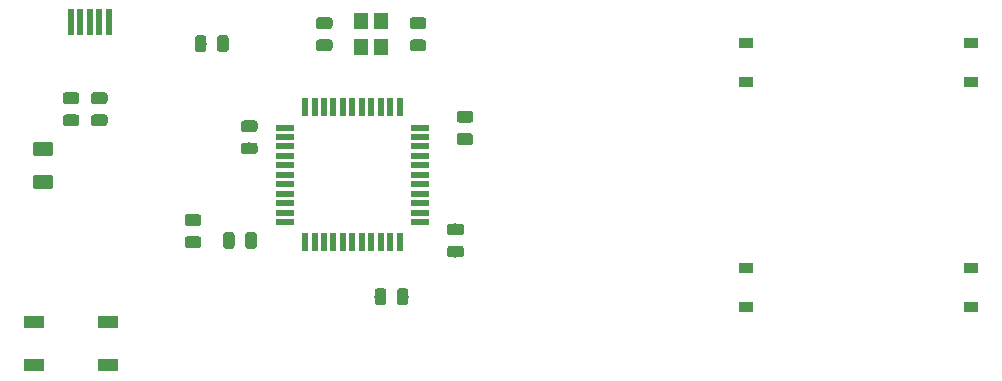
<source format=gbp>
G04 #@! TF.GenerationSoftware,KiCad,Pcbnew,(5.1.4)-1*
G04 #@! TF.CreationDate,2023-09-10T14:26:21-07:00*
G04 #@! TF.ProjectId,KeyboardPCBProj,4b657962-6f61-4726-9450-434250726f6a,rev?*
G04 #@! TF.SameCoordinates,Original*
G04 #@! TF.FileFunction,Paste,Bot*
G04 #@! TF.FilePolarity,Positive*
%FSLAX46Y46*%
G04 Gerber Fmt 4.6, Leading zero omitted, Abs format (unit mm)*
G04 Created by KiCad (PCBNEW (5.1.4)-1) date 2023-09-10 14:26:21*
%MOMM*%
%LPD*%
G04 APERTURE LIST*
%ADD10R,1.200000X1.400000*%
%ADD11R,0.500000X2.250000*%
%ADD12R,0.550000X1.500000*%
%ADD13R,1.500000X0.550000*%
%ADD14R,1.800000X1.100000*%
%ADD15C,0.100000*%
%ADD16C,0.975000*%
%ADD17C,1.250000*%
%ADD18R,1.200000X0.900000*%
G04 APERTURE END LIST*
D10*
X113562500Y-28881250D03*
X113562500Y-26681250D03*
X111862500Y-26681250D03*
X111862500Y-28881250D03*
D11*
X90500000Y-26725000D03*
X89700000Y-26725000D03*
X88900000Y-26725000D03*
X88100000Y-26725000D03*
X87300000Y-26725000D03*
D12*
X107125000Y-45387500D03*
X107925000Y-45387500D03*
X108725000Y-45387500D03*
X109525000Y-45387500D03*
X110325000Y-45387500D03*
X111125000Y-45387500D03*
X111925000Y-45387500D03*
X112725000Y-45387500D03*
X113525000Y-45387500D03*
X114325000Y-45387500D03*
X115125000Y-45387500D03*
D13*
X116825000Y-43687500D03*
X116825000Y-42887500D03*
X116825000Y-42087500D03*
X116825000Y-41287500D03*
X116825000Y-40487500D03*
X116825000Y-39687500D03*
X116825000Y-38887500D03*
X116825000Y-38087500D03*
X116825000Y-37287500D03*
X116825000Y-36487500D03*
X116825000Y-35687500D03*
D12*
X115125000Y-33987500D03*
X114325000Y-33987500D03*
X113525000Y-33987500D03*
X112725000Y-33987500D03*
X111925000Y-33987500D03*
X111125000Y-33987500D03*
X110325000Y-33987500D03*
X109525000Y-33987500D03*
X108725000Y-33987500D03*
X107925000Y-33987500D03*
X107125000Y-33987500D03*
D13*
X105425000Y-35687500D03*
X105425000Y-36487500D03*
X105425000Y-37287500D03*
X105425000Y-38087500D03*
X105425000Y-38887500D03*
X105425000Y-39687500D03*
X105425000Y-40487500D03*
X105425000Y-41287500D03*
X105425000Y-42087500D03*
X105425000Y-42887500D03*
X105425000Y-43687500D03*
D14*
X90412500Y-55825000D03*
X84212500Y-52125000D03*
X90412500Y-52125000D03*
X84212500Y-55825000D03*
D15*
G36*
X120336392Y-43819924D02*
G01*
X120360053Y-43823434D01*
X120383257Y-43829246D01*
X120405779Y-43837304D01*
X120427403Y-43847532D01*
X120447920Y-43859829D01*
X120467133Y-43874079D01*
X120484857Y-43890143D01*
X120500921Y-43907867D01*
X120515171Y-43927080D01*
X120527468Y-43947597D01*
X120537696Y-43969221D01*
X120545754Y-43991743D01*
X120551566Y-44014947D01*
X120555076Y-44038608D01*
X120556250Y-44062500D01*
X120556250Y-44550000D01*
X120555076Y-44573892D01*
X120551566Y-44597553D01*
X120545754Y-44620757D01*
X120537696Y-44643279D01*
X120527468Y-44664903D01*
X120515171Y-44685420D01*
X120500921Y-44704633D01*
X120484857Y-44722357D01*
X120467133Y-44738421D01*
X120447920Y-44752671D01*
X120427403Y-44764968D01*
X120405779Y-44775196D01*
X120383257Y-44783254D01*
X120360053Y-44789066D01*
X120336392Y-44792576D01*
X120312500Y-44793750D01*
X119400000Y-44793750D01*
X119376108Y-44792576D01*
X119352447Y-44789066D01*
X119329243Y-44783254D01*
X119306721Y-44775196D01*
X119285097Y-44764968D01*
X119264580Y-44752671D01*
X119245367Y-44738421D01*
X119227643Y-44722357D01*
X119211579Y-44704633D01*
X119197329Y-44685420D01*
X119185032Y-44664903D01*
X119174804Y-44643279D01*
X119166746Y-44620757D01*
X119160934Y-44597553D01*
X119157424Y-44573892D01*
X119156250Y-44550000D01*
X119156250Y-44062500D01*
X119157424Y-44038608D01*
X119160934Y-44014947D01*
X119166746Y-43991743D01*
X119174804Y-43969221D01*
X119185032Y-43947597D01*
X119197329Y-43927080D01*
X119211579Y-43907867D01*
X119227643Y-43890143D01*
X119245367Y-43874079D01*
X119264580Y-43859829D01*
X119285097Y-43847532D01*
X119306721Y-43837304D01*
X119329243Y-43829246D01*
X119352447Y-43823434D01*
X119376108Y-43819924D01*
X119400000Y-43818750D01*
X120312500Y-43818750D01*
X120336392Y-43819924D01*
X120336392Y-43819924D01*
G37*
D16*
X119856250Y-44306250D03*
D15*
G36*
X120336392Y-45694924D02*
G01*
X120360053Y-45698434D01*
X120383257Y-45704246D01*
X120405779Y-45712304D01*
X120427403Y-45722532D01*
X120447920Y-45734829D01*
X120467133Y-45749079D01*
X120484857Y-45765143D01*
X120500921Y-45782867D01*
X120515171Y-45802080D01*
X120527468Y-45822597D01*
X120537696Y-45844221D01*
X120545754Y-45866743D01*
X120551566Y-45889947D01*
X120555076Y-45913608D01*
X120556250Y-45937500D01*
X120556250Y-46425000D01*
X120555076Y-46448892D01*
X120551566Y-46472553D01*
X120545754Y-46495757D01*
X120537696Y-46518279D01*
X120527468Y-46539903D01*
X120515171Y-46560420D01*
X120500921Y-46579633D01*
X120484857Y-46597357D01*
X120467133Y-46613421D01*
X120447920Y-46627671D01*
X120427403Y-46639968D01*
X120405779Y-46650196D01*
X120383257Y-46658254D01*
X120360053Y-46664066D01*
X120336392Y-46667576D01*
X120312500Y-46668750D01*
X119400000Y-46668750D01*
X119376108Y-46667576D01*
X119352447Y-46664066D01*
X119329243Y-46658254D01*
X119306721Y-46650196D01*
X119285097Y-46639968D01*
X119264580Y-46627671D01*
X119245367Y-46613421D01*
X119227643Y-46597357D01*
X119211579Y-46579633D01*
X119197329Y-46560420D01*
X119185032Y-46539903D01*
X119174804Y-46518279D01*
X119166746Y-46495757D01*
X119160934Y-46472553D01*
X119157424Y-46448892D01*
X119156250Y-46425000D01*
X119156250Y-45937500D01*
X119157424Y-45913608D01*
X119160934Y-45889947D01*
X119166746Y-45866743D01*
X119174804Y-45844221D01*
X119185032Y-45822597D01*
X119197329Y-45802080D01*
X119211579Y-45782867D01*
X119227643Y-45765143D01*
X119245367Y-45749079D01*
X119264580Y-45734829D01*
X119285097Y-45722532D01*
X119306721Y-45712304D01*
X119329243Y-45704246D01*
X119352447Y-45698434D01*
X119376108Y-45694924D01*
X119400000Y-45693750D01*
X120312500Y-45693750D01*
X120336392Y-45694924D01*
X120336392Y-45694924D01*
G37*
D16*
X119856250Y-46181250D03*
D15*
G36*
X87792642Y-32707424D02*
G01*
X87816303Y-32710934D01*
X87839507Y-32716746D01*
X87862029Y-32724804D01*
X87883653Y-32735032D01*
X87904170Y-32747329D01*
X87923383Y-32761579D01*
X87941107Y-32777643D01*
X87957171Y-32795367D01*
X87971421Y-32814580D01*
X87983718Y-32835097D01*
X87993946Y-32856721D01*
X88002004Y-32879243D01*
X88007816Y-32902447D01*
X88011326Y-32926108D01*
X88012500Y-32950000D01*
X88012500Y-33437500D01*
X88011326Y-33461392D01*
X88007816Y-33485053D01*
X88002004Y-33508257D01*
X87993946Y-33530779D01*
X87983718Y-33552403D01*
X87971421Y-33572920D01*
X87957171Y-33592133D01*
X87941107Y-33609857D01*
X87923383Y-33625921D01*
X87904170Y-33640171D01*
X87883653Y-33652468D01*
X87862029Y-33662696D01*
X87839507Y-33670754D01*
X87816303Y-33676566D01*
X87792642Y-33680076D01*
X87768750Y-33681250D01*
X86856250Y-33681250D01*
X86832358Y-33680076D01*
X86808697Y-33676566D01*
X86785493Y-33670754D01*
X86762971Y-33662696D01*
X86741347Y-33652468D01*
X86720830Y-33640171D01*
X86701617Y-33625921D01*
X86683893Y-33609857D01*
X86667829Y-33592133D01*
X86653579Y-33572920D01*
X86641282Y-33552403D01*
X86631054Y-33530779D01*
X86622996Y-33508257D01*
X86617184Y-33485053D01*
X86613674Y-33461392D01*
X86612500Y-33437500D01*
X86612500Y-32950000D01*
X86613674Y-32926108D01*
X86617184Y-32902447D01*
X86622996Y-32879243D01*
X86631054Y-32856721D01*
X86641282Y-32835097D01*
X86653579Y-32814580D01*
X86667829Y-32795367D01*
X86683893Y-32777643D01*
X86701617Y-32761579D01*
X86720830Y-32747329D01*
X86741347Y-32735032D01*
X86762971Y-32724804D01*
X86785493Y-32716746D01*
X86808697Y-32710934D01*
X86832358Y-32707424D01*
X86856250Y-32706250D01*
X87768750Y-32706250D01*
X87792642Y-32707424D01*
X87792642Y-32707424D01*
G37*
D16*
X87312500Y-33193750D03*
D15*
G36*
X87792642Y-34582424D02*
G01*
X87816303Y-34585934D01*
X87839507Y-34591746D01*
X87862029Y-34599804D01*
X87883653Y-34610032D01*
X87904170Y-34622329D01*
X87923383Y-34636579D01*
X87941107Y-34652643D01*
X87957171Y-34670367D01*
X87971421Y-34689580D01*
X87983718Y-34710097D01*
X87993946Y-34731721D01*
X88002004Y-34754243D01*
X88007816Y-34777447D01*
X88011326Y-34801108D01*
X88012500Y-34825000D01*
X88012500Y-35312500D01*
X88011326Y-35336392D01*
X88007816Y-35360053D01*
X88002004Y-35383257D01*
X87993946Y-35405779D01*
X87983718Y-35427403D01*
X87971421Y-35447920D01*
X87957171Y-35467133D01*
X87941107Y-35484857D01*
X87923383Y-35500921D01*
X87904170Y-35515171D01*
X87883653Y-35527468D01*
X87862029Y-35537696D01*
X87839507Y-35545754D01*
X87816303Y-35551566D01*
X87792642Y-35555076D01*
X87768750Y-35556250D01*
X86856250Y-35556250D01*
X86832358Y-35555076D01*
X86808697Y-35551566D01*
X86785493Y-35545754D01*
X86762971Y-35537696D01*
X86741347Y-35527468D01*
X86720830Y-35515171D01*
X86701617Y-35500921D01*
X86683893Y-35484857D01*
X86667829Y-35467133D01*
X86653579Y-35447920D01*
X86641282Y-35427403D01*
X86631054Y-35405779D01*
X86622996Y-35383257D01*
X86617184Y-35360053D01*
X86613674Y-35336392D01*
X86612500Y-35312500D01*
X86612500Y-34825000D01*
X86613674Y-34801108D01*
X86617184Y-34777447D01*
X86622996Y-34754243D01*
X86631054Y-34731721D01*
X86641282Y-34710097D01*
X86653579Y-34689580D01*
X86667829Y-34670367D01*
X86683893Y-34652643D01*
X86701617Y-34636579D01*
X86720830Y-34622329D01*
X86741347Y-34610032D01*
X86762971Y-34599804D01*
X86785493Y-34591746D01*
X86808697Y-34585934D01*
X86832358Y-34582424D01*
X86856250Y-34581250D01*
X87768750Y-34581250D01*
X87792642Y-34582424D01*
X87792642Y-34582424D01*
G37*
D16*
X87312500Y-35068750D03*
D15*
G36*
X90173892Y-32707424D02*
G01*
X90197553Y-32710934D01*
X90220757Y-32716746D01*
X90243279Y-32724804D01*
X90264903Y-32735032D01*
X90285420Y-32747329D01*
X90304633Y-32761579D01*
X90322357Y-32777643D01*
X90338421Y-32795367D01*
X90352671Y-32814580D01*
X90364968Y-32835097D01*
X90375196Y-32856721D01*
X90383254Y-32879243D01*
X90389066Y-32902447D01*
X90392576Y-32926108D01*
X90393750Y-32950000D01*
X90393750Y-33437500D01*
X90392576Y-33461392D01*
X90389066Y-33485053D01*
X90383254Y-33508257D01*
X90375196Y-33530779D01*
X90364968Y-33552403D01*
X90352671Y-33572920D01*
X90338421Y-33592133D01*
X90322357Y-33609857D01*
X90304633Y-33625921D01*
X90285420Y-33640171D01*
X90264903Y-33652468D01*
X90243279Y-33662696D01*
X90220757Y-33670754D01*
X90197553Y-33676566D01*
X90173892Y-33680076D01*
X90150000Y-33681250D01*
X89237500Y-33681250D01*
X89213608Y-33680076D01*
X89189947Y-33676566D01*
X89166743Y-33670754D01*
X89144221Y-33662696D01*
X89122597Y-33652468D01*
X89102080Y-33640171D01*
X89082867Y-33625921D01*
X89065143Y-33609857D01*
X89049079Y-33592133D01*
X89034829Y-33572920D01*
X89022532Y-33552403D01*
X89012304Y-33530779D01*
X89004246Y-33508257D01*
X88998434Y-33485053D01*
X88994924Y-33461392D01*
X88993750Y-33437500D01*
X88993750Y-32950000D01*
X88994924Y-32926108D01*
X88998434Y-32902447D01*
X89004246Y-32879243D01*
X89012304Y-32856721D01*
X89022532Y-32835097D01*
X89034829Y-32814580D01*
X89049079Y-32795367D01*
X89065143Y-32777643D01*
X89082867Y-32761579D01*
X89102080Y-32747329D01*
X89122597Y-32735032D01*
X89144221Y-32724804D01*
X89166743Y-32716746D01*
X89189947Y-32710934D01*
X89213608Y-32707424D01*
X89237500Y-32706250D01*
X90150000Y-32706250D01*
X90173892Y-32707424D01*
X90173892Y-32707424D01*
G37*
D16*
X89693750Y-33193750D03*
D15*
G36*
X90173892Y-34582424D02*
G01*
X90197553Y-34585934D01*
X90220757Y-34591746D01*
X90243279Y-34599804D01*
X90264903Y-34610032D01*
X90285420Y-34622329D01*
X90304633Y-34636579D01*
X90322357Y-34652643D01*
X90338421Y-34670367D01*
X90352671Y-34689580D01*
X90364968Y-34710097D01*
X90375196Y-34731721D01*
X90383254Y-34754243D01*
X90389066Y-34777447D01*
X90392576Y-34801108D01*
X90393750Y-34825000D01*
X90393750Y-35312500D01*
X90392576Y-35336392D01*
X90389066Y-35360053D01*
X90383254Y-35383257D01*
X90375196Y-35405779D01*
X90364968Y-35427403D01*
X90352671Y-35447920D01*
X90338421Y-35467133D01*
X90322357Y-35484857D01*
X90304633Y-35500921D01*
X90285420Y-35515171D01*
X90264903Y-35527468D01*
X90243279Y-35537696D01*
X90220757Y-35545754D01*
X90197553Y-35551566D01*
X90173892Y-35555076D01*
X90150000Y-35556250D01*
X89237500Y-35556250D01*
X89213608Y-35555076D01*
X89189947Y-35551566D01*
X89166743Y-35545754D01*
X89144221Y-35537696D01*
X89122597Y-35527468D01*
X89102080Y-35515171D01*
X89082867Y-35500921D01*
X89065143Y-35484857D01*
X89049079Y-35467133D01*
X89034829Y-35447920D01*
X89022532Y-35427403D01*
X89012304Y-35405779D01*
X89004246Y-35383257D01*
X88998434Y-35360053D01*
X88994924Y-35336392D01*
X88993750Y-35312500D01*
X88993750Y-34825000D01*
X88994924Y-34801108D01*
X88998434Y-34777447D01*
X89004246Y-34754243D01*
X89012304Y-34731721D01*
X89022532Y-34710097D01*
X89034829Y-34689580D01*
X89049079Y-34670367D01*
X89065143Y-34652643D01*
X89082867Y-34636579D01*
X89102080Y-34622329D01*
X89122597Y-34610032D01*
X89144221Y-34599804D01*
X89166743Y-34591746D01*
X89189947Y-34585934D01*
X89213608Y-34582424D01*
X89237500Y-34581250D01*
X90150000Y-34581250D01*
X90173892Y-34582424D01*
X90173892Y-34582424D01*
G37*
D16*
X89693750Y-35068750D03*
D15*
G36*
X98548892Y-27876174D02*
G01*
X98572553Y-27879684D01*
X98595757Y-27885496D01*
X98618279Y-27893554D01*
X98639903Y-27903782D01*
X98660420Y-27916079D01*
X98679633Y-27930329D01*
X98697357Y-27946393D01*
X98713421Y-27964117D01*
X98727671Y-27983330D01*
X98739968Y-28003847D01*
X98750196Y-28025471D01*
X98758254Y-28047993D01*
X98764066Y-28071197D01*
X98767576Y-28094858D01*
X98768750Y-28118750D01*
X98768750Y-29031250D01*
X98767576Y-29055142D01*
X98764066Y-29078803D01*
X98758254Y-29102007D01*
X98750196Y-29124529D01*
X98739968Y-29146153D01*
X98727671Y-29166670D01*
X98713421Y-29185883D01*
X98697357Y-29203607D01*
X98679633Y-29219671D01*
X98660420Y-29233921D01*
X98639903Y-29246218D01*
X98618279Y-29256446D01*
X98595757Y-29264504D01*
X98572553Y-29270316D01*
X98548892Y-29273826D01*
X98525000Y-29275000D01*
X98037500Y-29275000D01*
X98013608Y-29273826D01*
X97989947Y-29270316D01*
X97966743Y-29264504D01*
X97944221Y-29256446D01*
X97922597Y-29246218D01*
X97902080Y-29233921D01*
X97882867Y-29219671D01*
X97865143Y-29203607D01*
X97849079Y-29185883D01*
X97834829Y-29166670D01*
X97822532Y-29146153D01*
X97812304Y-29124529D01*
X97804246Y-29102007D01*
X97798434Y-29078803D01*
X97794924Y-29055142D01*
X97793750Y-29031250D01*
X97793750Y-28118750D01*
X97794924Y-28094858D01*
X97798434Y-28071197D01*
X97804246Y-28047993D01*
X97812304Y-28025471D01*
X97822532Y-28003847D01*
X97834829Y-27983330D01*
X97849079Y-27964117D01*
X97865143Y-27946393D01*
X97882867Y-27930329D01*
X97902080Y-27916079D01*
X97922597Y-27903782D01*
X97944221Y-27893554D01*
X97966743Y-27885496D01*
X97989947Y-27879684D01*
X98013608Y-27876174D01*
X98037500Y-27875000D01*
X98525000Y-27875000D01*
X98548892Y-27876174D01*
X98548892Y-27876174D01*
G37*
D16*
X98281250Y-28575000D03*
D15*
G36*
X100423892Y-27876174D02*
G01*
X100447553Y-27879684D01*
X100470757Y-27885496D01*
X100493279Y-27893554D01*
X100514903Y-27903782D01*
X100535420Y-27916079D01*
X100554633Y-27930329D01*
X100572357Y-27946393D01*
X100588421Y-27964117D01*
X100602671Y-27983330D01*
X100614968Y-28003847D01*
X100625196Y-28025471D01*
X100633254Y-28047993D01*
X100639066Y-28071197D01*
X100642576Y-28094858D01*
X100643750Y-28118750D01*
X100643750Y-29031250D01*
X100642576Y-29055142D01*
X100639066Y-29078803D01*
X100633254Y-29102007D01*
X100625196Y-29124529D01*
X100614968Y-29146153D01*
X100602671Y-29166670D01*
X100588421Y-29185883D01*
X100572357Y-29203607D01*
X100554633Y-29219671D01*
X100535420Y-29233921D01*
X100514903Y-29246218D01*
X100493279Y-29256446D01*
X100470757Y-29264504D01*
X100447553Y-29270316D01*
X100423892Y-29273826D01*
X100400000Y-29275000D01*
X99912500Y-29275000D01*
X99888608Y-29273826D01*
X99864947Y-29270316D01*
X99841743Y-29264504D01*
X99819221Y-29256446D01*
X99797597Y-29246218D01*
X99777080Y-29233921D01*
X99757867Y-29219671D01*
X99740143Y-29203607D01*
X99724079Y-29185883D01*
X99709829Y-29166670D01*
X99697532Y-29146153D01*
X99687304Y-29124529D01*
X99679246Y-29102007D01*
X99673434Y-29078803D01*
X99669924Y-29055142D01*
X99668750Y-29031250D01*
X99668750Y-28118750D01*
X99669924Y-28094858D01*
X99673434Y-28071197D01*
X99679246Y-28047993D01*
X99687304Y-28025471D01*
X99697532Y-28003847D01*
X99709829Y-27983330D01*
X99724079Y-27964117D01*
X99740143Y-27946393D01*
X99757867Y-27930329D01*
X99777080Y-27916079D01*
X99797597Y-27903782D01*
X99819221Y-27893554D01*
X99841743Y-27885496D01*
X99864947Y-27879684D01*
X99888608Y-27876174D01*
X99912500Y-27875000D01*
X100400000Y-27875000D01*
X100423892Y-27876174D01*
X100423892Y-27876174D01*
G37*
D16*
X100156250Y-28575000D03*
D15*
G36*
X85580754Y-36869954D02*
G01*
X85605023Y-36873554D01*
X85628821Y-36879515D01*
X85651921Y-36887780D01*
X85674099Y-36898270D01*
X85695143Y-36910883D01*
X85714848Y-36925497D01*
X85733027Y-36941973D01*
X85749503Y-36960152D01*
X85764117Y-36979857D01*
X85776730Y-37000901D01*
X85787220Y-37023079D01*
X85795485Y-37046179D01*
X85801446Y-37069977D01*
X85805046Y-37094246D01*
X85806250Y-37118750D01*
X85806250Y-37868750D01*
X85805046Y-37893254D01*
X85801446Y-37917523D01*
X85795485Y-37941321D01*
X85787220Y-37964421D01*
X85776730Y-37986599D01*
X85764117Y-38007643D01*
X85749503Y-38027348D01*
X85733027Y-38045527D01*
X85714848Y-38062003D01*
X85695143Y-38076617D01*
X85674099Y-38089230D01*
X85651921Y-38099720D01*
X85628821Y-38107985D01*
X85605023Y-38113946D01*
X85580754Y-38117546D01*
X85556250Y-38118750D01*
X84306250Y-38118750D01*
X84281746Y-38117546D01*
X84257477Y-38113946D01*
X84233679Y-38107985D01*
X84210579Y-38099720D01*
X84188401Y-38089230D01*
X84167357Y-38076617D01*
X84147652Y-38062003D01*
X84129473Y-38045527D01*
X84112997Y-38027348D01*
X84098383Y-38007643D01*
X84085770Y-37986599D01*
X84075280Y-37964421D01*
X84067015Y-37941321D01*
X84061054Y-37917523D01*
X84057454Y-37893254D01*
X84056250Y-37868750D01*
X84056250Y-37118750D01*
X84057454Y-37094246D01*
X84061054Y-37069977D01*
X84067015Y-37046179D01*
X84075280Y-37023079D01*
X84085770Y-37000901D01*
X84098383Y-36979857D01*
X84112997Y-36960152D01*
X84129473Y-36941973D01*
X84147652Y-36925497D01*
X84167357Y-36910883D01*
X84188401Y-36898270D01*
X84210579Y-36887780D01*
X84233679Y-36879515D01*
X84257477Y-36873554D01*
X84281746Y-36869954D01*
X84306250Y-36868750D01*
X85556250Y-36868750D01*
X85580754Y-36869954D01*
X85580754Y-36869954D01*
G37*
D17*
X84931250Y-37493750D03*
D15*
G36*
X85580754Y-39669954D02*
G01*
X85605023Y-39673554D01*
X85628821Y-39679515D01*
X85651921Y-39687780D01*
X85674099Y-39698270D01*
X85695143Y-39710883D01*
X85714848Y-39725497D01*
X85733027Y-39741973D01*
X85749503Y-39760152D01*
X85764117Y-39779857D01*
X85776730Y-39800901D01*
X85787220Y-39823079D01*
X85795485Y-39846179D01*
X85801446Y-39869977D01*
X85805046Y-39894246D01*
X85806250Y-39918750D01*
X85806250Y-40668750D01*
X85805046Y-40693254D01*
X85801446Y-40717523D01*
X85795485Y-40741321D01*
X85787220Y-40764421D01*
X85776730Y-40786599D01*
X85764117Y-40807643D01*
X85749503Y-40827348D01*
X85733027Y-40845527D01*
X85714848Y-40862003D01*
X85695143Y-40876617D01*
X85674099Y-40889230D01*
X85651921Y-40899720D01*
X85628821Y-40907985D01*
X85605023Y-40913946D01*
X85580754Y-40917546D01*
X85556250Y-40918750D01*
X84306250Y-40918750D01*
X84281746Y-40917546D01*
X84257477Y-40913946D01*
X84233679Y-40907985D01*
X84210579Y-40899720D01*
X84188401Y-40889230D01*
X84167357Y-40876617D01*
X84147652Y-40862003D01*
X84129473Y-40845527D01*
X84112997Y-40827348D01*
X84098383Y-40807643D01*
X84085770Y-40786599D01*
X84075280Y-40764421D01*
X84067015Y-40741321D01*
X84061054Y-40717523D01*
X84057454Y-40693254D01*
X84056250Y-40668750D01*
X84056250Y-39918750D01*
X84057454Y-39894246D01*
X84061054Y-39869977D01*
X84067015Y-39846179D01*
X84075280Y-39823079D01*
X84085770Y-39800901D01*
X84098383Y-39779857D01*
X84112997Y-39760152D01*
X84129473Y-39741973D01*
X84147652Y-39725497D01*
X84167357Y-39710883D01*
X84188401Y-39698270D01*
X84210579Y-39687780D01*
X84233679Y-39679515D01*
X84257477Y-39673554D01*
X84281746Y-39669954D01*
X84306250Y-39668750D01*
X85556250Y-39668750D01*
X85580754Y-39669954D01*
X85580754Y-39669954D01*
G37*
D17*
X84931250Y-40293750D03*
D18*
X163512500Y-47562500D03*
X163512500Y-50862500D03*
X144462500Y-47562500D03*
X144462500Y-50862500D03*
X163512500Y-28512500D03*
X163512500Y-31812500D03*
X144462500Y-28512500D03*
X144462500Y-31812500D03*
D15*
G36*
X98111392Y-44901174D02*
G01*
X98135053Y-44904684D01*
X98158257Y-44910496D01*
X98180779Y-44918554D01*
X98202403Y-44928782D01*
X98222920Y-44941079D01*
X98242133Y-44955329D01*
X98259857Y-44971393D01*
X98275921Y-44989117D01*
X98290171Y-45008330D01*
X98302468Y-45028847D01*
X98312696Y-45050471D01*
X98320754Y-45072993D01*
X98326566Y-45096197D01*
X98330076Y-45119858D01*
X98331250Y-45143750D01*
X98331250Y-45631250D01*
X98330076Y-45655142D01*
X98326566Y-45678803D01*
X98320754Y-45702007D01*
X98312696Y-45724529D01*
X98302468Y-45746153D01*
X98290171Y-45766670D01*
X98275921Y-45785883D01*
X98259857Y-45803607D01*
X98242133Y-45819671D01*
X98222920Y-45833921D01*
X98202403Y-45846218D01*
X98180779Y-45856446D01*
X98158257Y-45864504D01*
X98135053Y-45870316D01*
X98111392Y-45873826D01*
X98087500Y-45875000D01*
X97175000Y-45875000D01*
X97151108Y-45873826D01*
X97127447Y-45870316D01*
X97104243Y-45864504D01*
X97081721Y-45856446D01*
X97060097Y-45846218D01*
X97039580Y-45833921D01*
X97020367Y-45819671D01*
X97002643Y-45803607D01*
X96986579Y-45785883D01*
X96972329Y-45766670D01*
X96960032Y-45746153D01*
X96949804Y-45724529D01*
X96941746Y-45702007D01*
X96935934Y-45678803D01*
X96932424Y-45655142D01*
X96931250Y-45631250D01*
X96931250Y-45143750D01*
X96932424Y-45119858D01*
X96935934Y-45096197D01*
X96941746Y-45072993D01*
X96949804Y-45050471D01*
X96960032Y-45028847D01*
X96972329Y-45008330D01*
X96986579Y-44989117D01*
X97002643Y-44971393D01*
X97020367Y-44955329D01*
X97039580Y-44941079D01*
X97060097Y-44928782D01*
X97081721Y-44918554D01*
X97104243Y-44910496D01*
X97127447Y-44904684D01*
X97151108Y-44901174D01*
X97175000Y-44900000D01*
X98087500Y-44900000D01*
X98111392Y-44901174D01*
X98111392Y-44901174D01*
G37*
D16*
X97631250Y-45387500D03*
D15*
G36*
X98111392Y-43026174D02*
G01*
X98135053Y-43029684D01*
X98158257Y-43035496D01*
X98180779Y-43043554D01*
X98202403Y-43053782D01*
X98222920Y-43066079D01*
X98242133Y-43080329D01*
X98259857Y-43096393D01*
X98275921Y-43114117D01*
X98290171Y-43133330D01*
X98302468Y-43153847D01*
X98312696Y-43175471D01*
X98320754Y-43197993D01*
X98326566Y-43221197D01*
X98330076Y-43244858D01*
X98331250Y-43268750D01*
X98331250Y-43756250D01*
X98330076Y-43780142D01*
X98326566Y-43803803D01*
X98320754Y-43827007D01*
X98312696Y-43849529D01*
X98302468Y-43871153D01*
X98290171Y-43891670D01*
X98275921Y-43910883D01*
X98259857Y-43928607D01*
X98242133Y-43944671D01*
X98222920Y-43958921D01*
X98202403Y-43971218D01*
X98180779Y-43981446D01*
X98158257Y-43989504D01*
X98135053Y-43995316D01*
X98111392Y-43998826D01*
X98087500Y-44000000D01*
X97175000Y-44000000D01*
X97151108Y-43998826D01*
X97127447Y-43995316D01*
X97104243Y-43989504D01*
X97081721Y-43981446D01*
X97060097Y-43971218D01*
X97039580Y-43958921D01*
X97020367Y-43944671D01*
X97002643Y-43928607D01*
X96986579Y-43910883D01*
X96972329Y-43891670D01*
X96960032Y-43871153D01*
X96949804Y-43849529D01*
X96941746Y-43827007D01*
X96935934Y-43803803D01*
X96932424Y-43780142D01*
X96931250Y-43756250D01*
X96931250Y-43268750D01*
X96932424Y-43244858D01*
X96935934Y-43221197D01*
X96941746Y-43197993D01*
X96949804Y-43175471D01*
X96960032Y-43153847D01*
X96972329Y-43133330D01*
X96986579Y-43114117D01*
X97002643Y-43096393D01*
X97020367Y-43080329D01*
X97039580Y-43066079D01*
X97060097Y-43053782D01*
X97081721Y-43043554D01*
X97104243Y-43035496D01*
X97127447Y-43029684D01*
X97151108Y-43026174D01*
X97175000Y-43025000D01*
X98087500Y-43025000D01*
X98111392Y-43026174D01*
X98111392Y-43026174D01*
G37*
D16*
X97631250Y-43512500D03*
D15*
G36*
X121130142Y-34294924D02*
G01*
X121153803Y-34298434D01*
X121177007Y-34304246D01*
X121199529Y-34312304D01*
X121221153Y-34322532D01*
X121241670Y-34334829D01*
X121260883Y-34349079D01*
X121278607Y-34365143D01*
X121294671Y-34382867D01*
X121308921Y-34402080D01*
X121321218Y-34422597D01*
X121331446Y-34444221D01*
X121339504Y-34466743D01*
X121345316Y-34489947D01*
X121348826Y-34513608D01*
X121350000Y-34537500D01*
X121350000Y-35025000D01*
X121348826Y-35048892D01*
X121345316Y-35072553D01*
X121339504Y-35095757D01*
X121331446Y-35118279D01*
X121321218Y-35139903D01*
X121308921Y-35160420D01*
X121294671Y-35179633D01*
X121278607Y-35197357D01*
X121260883Y-35213421D01*
X121241670Y-35227671D01*
X121221153Y-35239968D01*
X121199529Y-35250196D01*
X121177007Y-35258254D01*
X121153803Y-35264066D01*
X121130142Y-35267576D01*
X121106250Y-35268750D01*
X120193750Y-35268750D01*
X120169858Y-35267576D01*
X120146197Y-35264066D01*
X120122993Y-35258254D01*
X120100471Y-35250196D01*
X120078847Y-35239968D01*
X120058330Y-35227671D01*
X120039117Y-35213421D01*
X120021393Y-35197357D01*
X120005329Y-35179633D01*
X119991079Y-35160420D01*
X119978782Y-35139903D01*
X119968554Y-35118279D01*
X119960496Y-35095757D01*
X119954684Y-35072553D01*
X119951174Y-35048892D01*
X119950000Y-35025000D01*
X119950000Y-34537500D01*
X119951174Y-34513608D01*
X119954684Y-34489947D01*
X119960496Y-34466743D01*
X119968554Y-34444221D01*
X119978782Y-34422597D01*
X119991079Y-34402080D01*
X120005329Y-34382867D01*
X120021393Y-34365143D01*
X120039117Y-34349079D01*
X120058330Y-34334829D01*
X120078847Y-34322532D01*
X120100471Y-34312304D01*
X120122993Y-34304246D01*
X120146197Y-34298434D01*
X120169858Y-34294924D01*
X120193750Y-34293750D01*
X121106250Y-34293750D01*
X121130142Y-34294924D01*
X121130142Y-34294924D01*
G37*
D16*
X120650000Y-34781250D03*
D15*
G36*
X121130142Y-36169924D02*
G01*
X121153803Y-36173434D01*
X121177007Y-36179246D01*
X121199529Y-36187304D01*
X121221153Y-36197532D01*
X121241670Y-36209829D01*
X121260883Y-36224079D01*
X121278607Y-36240143D01*
X121294671Y-36257867D01*
X121308921Y-36277080D01*
X121321218Y-36297597D01*
X121331446Y-36319221D01*
X121339504Y-36341743D01*
X121345316Y-36364947D01*
X121348826Y-36388608D01*
X121350000Y-36412500D01*
X121350000Y-36900000D01*
X121348826Y-36923892D01*
X121345316Y-36947553D01*
X121339504Y-36970757D01*
X121331446Y-36993279D01*
X121321218Y-37014903D01*
X121308921Y-37035420D01*
X121294671Y-37054633D01*
X121278607Y-37072357D01*
X121260883Y-37088421D01*
X121241670Y-37102671D01*
X121221153Y-37114968D01*
X121199529Y-37125196D01*
X121177007Y-37133254D01*
X121153803Y-37139066D01*
X121130142Y-37142576D01*
X121106250Y-37143750D01*
X120193750Y-37143750D01*
X120169858Y-37142576D01*
X120146197Y-37139066D01*
X120122993Y-37133254D01*
X120100471Y-37125196D01*
X120078847Y-37114968D01*
X120058330Y-37102671D01*
X120039117Y-37088421D01*
X120021393Y-37072357D01*
X120005329Y-37054633D01*
X119991079Y-37035420D01*
X119978782Y-37014903D01*
X119968554Y-36993279D01*
X119960496Y-36970757D01*
X119954684Y-36947553D01*
X119951174Y-36923892D01*
X119950000Y-36900000D01*
X119950000Y-36412500D01*
X119951174Y-36388608D01*
X119954684Y-36364947D01*
X119960496Y-36341743D01*
X119968554Y-36319221D01*
X119978782Y-36297597D01*
X119991079Y-36277080D01*
X120005329Y-36257867D01*
X120021393Y-36240143D01*
X120039117Y-36224079D01*
X120058330Y-36209829D01*
X120078847Y-36197532D01*
X120100471Y-36187304D01*
X120122993Y-36179246D01*
X120146197Y-36173434D01*
X120169858Y-36169924D01*
X120193750Y-36168750D01*
X121106250Y-36168750D01*
X121130142Y-36169924D01*
X121130142Y-36169924D01*
G37*
D16*
X120650000Y-36656250D03*
D15*
G36*
X102873892Y-36963674D02*
G01*
X102897553Y-36967184D01*
X102920757Y-36972996D01*
X102943279Y-36981054D01*
X102964903Y-36991282D01*
X102985420Y-37003579D01*
X103004633Y-37017829D01*
X103022357Y-37033893D01*
X103038421Y-37051617D01*
X103052671Y-37070830D01*
X103064968Y-37091347D01*
X103075196Y-37112971D01*
X103083254Y-37135493D01*
X103089066Y-37158697D01*
X103092576Y-37182358D01*
X103093750Y-37206250D01*
X103093750Y-37693750D01*
X103092576Y-37717642D01*
X103089066Y-37741303D01*
X103083254Y-37764507D01*
X103075196Y-37787029D01*
X103064968Y-37808653D01*
X103052671Y-37829170D01*
X103038421Y-37848383D01*
X103022357Y-37866107D01*
X103004633Y-37882171D01*
X102985420Y-37896421D01*
X102964903Y-37908718D01*
X102943279Y-37918946D01*
X102920757Y-37927004D01*
X102897553Y-37932816D01*
X102873892Y-37936326D01*
X102850000Y-37937500D01*
X101937500Y-37937500D01*
X101913608Y-37936326D01*
X101889947Y-37932816D01*
X101866743Y-37927004D01*
X101844221Y-37918946D01*
X101822597Y-37908718D01*
X101802080Y-37896421D01*
X101782867Y-37882171D01*
X101765143Y-37866107D01*
X101749079Y-37848383D01*
X101734829Y-37829170D01*
X101722532Y-37808653D01*
X101712304Y-37787029D01*
X101704246Y-37764507D01*
X101698434Y-37741303D01*
X101694924Y-37717642D01*
X101693750Y-37693750D01*
X101693750Y-37206250D01*
X101694924Y-37182358D01*
X101698434Y-37158697D01*
X101704246Y-37135493D01*
X101712304Y-37112971D01*
X101722532Y-37091347D01*
X101734829Y-37070830D01*
X101749079Y-37051617D01*
X101765143Y-37033893D01*
X101782867Y-37017829D01*
X101802080Y-37003579D01*
X101822597Y-36991282D01*
X101844221Y-36981054D01*
X101866743Y-36972996D01*
X101889947Y-36967184D01*
X101913608Y-36963674D01*
X101937500Y-36962500D01*
X102850000Y-36962500D01*
X102873892Y-36963674D01*
X102873892Y-36963674D01*
G37*
D16*
X102393750Y-37450000D03*
D15*
G36*
X102873892Y-35088674D02*
G01*
X102897553Y-35092184D01*
X102920757Y-35097996D01*
X102943279Y-35106054D01*
X102964903Y-35116282D01*
X102985420Y-35128579D01*
X103004633Y-35142829D01*
X103022357Y-35158893D01*
X103038421Y-35176617D01*
X103052671Y-35195830D01*
X103064968Y-35216347D01*
X103075196Y-35237971D01*
X103083254Y-35260493D01*
X103089066Y-35283697D01*
X103092576Y-35307358D01*
X103093750Y-35331250D01*
X103093750Y-35818750D01*
X103092576Y-35842642D01*
X103089066Y-35866303D01*
X103083254Y-35889507D01*
X103075196Y-35912029D01*
X103064968Y-35933653D01*
X103052671Y-35954170D01*
X103038421Y-35973383D01*
X103022357Y-35991107D01*
X103004633Y-36007171D01*
X102985420Y-36021421D01*
X102964903Y-36033718D01*
X102943279Y-36043946D01*
X102920757Y-36052004D01*
X102897553Y-36057816D01*
X102873892Y-36061326D01*
X102850000Y-36062500D01*
X101937500Y-36062500D01*
X101913608Y-36061326D01*
X101889947Y-36057816D01*
X101866743Y-36052004D01*
X101844221Y-36043946D01*
X101822597Y-36033718D01*
X101802080Y-36021421D01*
X101782867Y-36007171D01*
X101765143Y-35991107D01*
X101749079Y-35973383D01*
X101734829Y-35954170D01*
X101722532Y-35933653D01*
X101712304Y-35912029D01*
X101704246Y-35889507D01*
X101698434Y-35866303D01*
X101694924Y-35842642D01*
X101693750Y-35818750D01*
X101693750Y-35331250D01*
X101694924Y-35307358D01*
X101698434Y-35283697D01*
X101704246Y-35260493D01*
X101712304Y-35237971D01*
X101722532Y-35216347D01*
X101734829Y-35195830D01*
X101749079Y-35176617D01*
X101765143Y-35158893D01*
X101782867Y-35142829D01*
X101802080Y-35128579D01*
X101822597Y-35116282D01*
X101844221Y-35106054D01*
X101866743Y-35097996D01*
X101889947Y-35092184D01*
X101913608Y-35088674D01*
X101937500Y-35087500D01*
X102850000Y-35087500D01*
X102873892Y-35088674D01*
X102873892Y-35088674D01*
G37*
D16*
X102393750Y-35575000D03*
D15*
G36*
X113773892Y-49307424D02*
G01*
X113797553Y-49310934D01*
X113820757Y-49316746D01*
X113843279Y-49324804D01*
X113864903Y-49335032D01*
X113885420Y-49347329D01*
X113904633Y-49361579D01*
X113922357Y-49377643D01*
X113938421Y-49395367D01*
X113952671Y-49414580D01*
X113964968Y-49435097D01*
X113975196Y-49456721D01*
X113983254Y-49479243D01*
X113989066Y-49502447D01*
X113992576Y-49526108D01*
X113993750Y-49550000D01*
X113993750Y-50462500D01*
X113992576Y-50486392D01*
X113989066Y-50510053D01*
X113983254Y-50533257D01*
X113975196Y-50555779D01*
X113964968Y-50577403D01*
X113952671Y-50597920D01*
X113938421Y-50617133D01*
X113922357Y-50634857D01*
X113904633Y-50650921D01*
X113885420Y-50665171D01*
X113864903Y-50677468D01*
X113843279Y-50687696D01*
X113820757Y-50695754D01*
X113797553Y-50701566D01*
X113773892Y-50705076D01*
X113750000Y-50706250D01*
X113262500Y-50706250D01*
X113238608Y-50705076D01*
X113214947Y-50701566D01*
X113191743Y-50695754D01*
X113169221Y-50687696D01*
X113147597Y-50677468D01*
X113127080Y-50665171D01*
X113107867Y-50650921D01*
X113090143Y-50634857D01*
X113074079Y-50617133D01*
X113059829Y-50597920D01*
X113047532Y-50577403D01*
X113037304Y-50555779D01*
X113029246Y-50533257D01*
X113023434Y-50510053D01*
X113019924Y-50486392D01*
X113018750Y-50462500D01*
X113018750Y-49550000D01*
X113019924Y-49526108D01*
X113023434Y-49502447D01*
X113029246Y-49479243D01*
X113037304Y-49456721D01*
X113047532Y-49435097D01*
X113059829Y-49414580D01*
X113074079Y-49395367D01*
X113090143Y-49377643D01*
X113107867Y-49361579D01*
X113127080Y-49347329D01*
X113147597Y-49335032D01*
X113169221Y-49324804D01*
X113191743Y-49316746D01*
X113214947Y-49310934D01*
X113238608Y-49307424D01*
X113262500Y-49306250D01*
X113750000Y-49306250D01*
X113773892Y-49307424D01*
X113773892Y-49307424D01*
G37*
D16*
X113506250Y-50006250D03*
D15*
G36*
X115648892Y-49307424D02*
G01*
X115672553Y-49310934D01*
X115695757Y-49316746D01*
X115718279Y-49324804D01*
X115739903Y-49335032D01*
X115760420Y-49347329D01*
X115779633Y-49361579D01*
X115797357Y-49377643D01*
X115813421Y-49395367D01*
X115827671Y-49414580D01*
X115839968Y-49435097D01*
X115850196Y-49456721D01*
X115858254Y-49479243D01*
X115864066Y-49502447D01*
X115867576Y-49526108D01*
X115868750Y-49550000D01*
X115868750Y-50462500D01*
X115867576Y-50486392D01*
X115864066Y-50510053D01*
X115858254Y-50533257D01*
X115850196Y-50555779D01*
X115839968Y-50577403D01*
X115827671Y-50597920D01*
X115813421Y-50617133D01*
X115797357Y-50634857D01*
X115779633Y-50650921D01*
X115760420Y-50665171D01*
X115739903Y-50677468D01*
X115718279Y-50687696D01*
X115695757Y-50695754D01*
X115672553Y-50701566D01*
X115648892Y-50705076D01*
X115625000Y-50706250D01*
X115137500Y-50706250D01*
X115113608Y-50705076D01*
X115089947Y-50701566D01*
X115066743Y-50695754D01*
X115044221Y-50687696D01*
X115022597Y-50677468D01*
X115002080Y-50665171D01*
X114982867Y-50650921D01*
X114965143Y-50634857D01*
X114949079Y-50617133D01*
X114934829Y-50597920D01*
X114922532Y-50577403D01*
X114912304Y-50555779D01*
X114904246Y-50533257D01*
X114898434Y-50510053D01*
X114894924Y-50486392D01*
X114893750Y-50462500D01*
X114893750Y-49550000D01*
X114894924Y-49526108D01*
X114898434Y-49502447D01*
X114904246Y-49479243D01*
X114912304Y-49456721D01*
X114922532Y-49435097D01*
X114934829Y-49414580D01*
X114949079Y-49395367D01*
X114965143Y-49377643D01*
X114982867Y-49361579D01*
X115002080Y-49347329D01*
X115022597Y-49335032D01*
X115044221Y-49324804D01*
X115066743Y-49316746D01*
X115089947Y-49310934D01*
X115113608Y-49307424D01*
X115137500Y-49306250D01*
X115625000Y-49306250D01*
X115648892Y-49307424D01*
X115648892Y-49307424D01*
G37*
D16*
X115381250Y-50006250D03*
D15*
G36*
X100930142Y-44544924D02*
G01*
X100953803Y-44548434D01*
X100977007Y-44554246D01*
X100999529Y-44562304D01*
X101021153Y-44572532D01*
X101041670Y-44584829D01*
X101060883Y-44599079D01*
X101078607Y-44615143D01*
X101094671Y-44632867D01*
X101108921Y-44652080D01*
X101121218Y-44672597D01*
X101131446Y-44694221D01*
X101139504Y-44716743D01*
X101145316Y-44739947D01*
X101148826Y-44763608D01*
X101150000Y-44787500D01*
X101150000Y-45700000D01*
X101148826Y-45723892D01*
X101145316Y-45747553D01*
X101139504Y-45770757D01*
X101131446Y-45793279D01*
X101121218Y-45814903D01*
X101108921Y-45835420D01*
X101094671Y-45854633D01*
X101078607Y-45872357D01*
X101060883Y-45888421D01*
X101041670Y-45902671D01*
X101021153Y-45914968D01*
X100999529Y-45925196D01*
X100977007Y-45933254D01*
X100953803Y-45939066D01*
X100930142Y-45942576D01*
X100906250Y-45943750D01*
X100418750Y-45943750D01*
X100394858Y-45942576D01*
X100371197Y-45939066D01*
X100347993Y-45933254D01*
X100325471Y-45925196D01*
X100303847Y-45914968D01*
X100283330Y-45902671D01*
X100264117Y-45888421D01*
X100246393Y-45872357D01*
X100230329Y-45854633D01*
X100216079Y-45835420D01*
X100203782Y-45814903D01*
X100193554Y-45793279D01*
X100185496Y-45770757D01*
X100179684Y-45747553D01*
X100176174Y-45723892D01*
X100175000Y-45700000D01*
X100175000Y-44787500D01*
X100176174Y-44763608D01*
X100179684Y-44739947D01*
X100185496Y-44716743D01*
X100193554Y-44694221D01*
X100203782Y-44672597D01*
X100216079Y-44652080D01*
X100230329Y-44632867D01*
X100246393Y-44615143D01*
X100264117Y-44599079D01*
X100283330Y-44584829D01*
X100303847Y-44572532D01*
X100325471Y-44562304D01*
X100347993Y-44554246D01*
X100371197Y-44548434D01*
X100394858Y-44544924D01*
X100418750Y-44543750D01*
X100906250Y-44543750D01*
X100930142Y-44544924D01*
X100930142Y-44544924D01*
G37*
D16*
X100662500Y-45243750D03*
D15*
G36*
X102805142Y-44544924D02*
G01*
X102828803Y-44548434D01*
X102852007Y-44554246D01*
X102874529Y-44562304D01*
X102896153Y-44572532D01*
X102916670Y-44584829D01*
X102935883Y-44599079D01*
X102953607Y-44615143D01*
X102969671Y-44632867D01*
X102983921Y-44652080D01*
X102996218Y-44672597D01*
X103006446Y-44694221D01*
X103014504Y-44716743D01*
X103020316Y-44739947D01*
X103023826Y-44763608D01*
X103025000Y-44787500D01*
X103025000Y-45700000D01*
X103023826Y-45723892D01*
X103020316Y-45747553D01*
X103014504Y-45770757D01*
X103006446Y-45793279D01*
X102996218Y-45814903D01*
X102983921Y-45835420D01*
X102969671Y-45854633D01*
X102953607Y-45872357D01*
X102935883Y-45888421D01*
X102916670Y-45902671D01*
X102896153Y-45914968D01*
X102874529Y-45925196D01*
X102852007Y-45933254D01*
X102828803Y-45939066D01*
X102805142Y-45942576D01*
X102781250Y-45943750D01*
X102293750Y-45943750D01*
X102269858Y-45942576D01*
X102246197Y-45939066D01*
X102222993Y-45933254D01*
X102200471Y-45925196D01*
X102178847Y-45914968D01*
X102158330Y-45902671D01*
X102139117Y-45888421D01*
X102121393Y-45872357D01*
X102105329Y-45854633D01*
X102091079Y-45835420D01*
X102078782Y-45814903D01*
X102068554Y-45793279D01*
X102060496Y-45770757D01*
X102054684Y-45747553D01*
X102051174Y-45723892D01*
X102050000Y-45700000D01*
X102050000Y-44787500D01*
X102051174Y-44763608D01*
X102054684Y-44739947D01*
X102060496Y-44716743D01*
X102068554Y-44694221D01*
X102078782Y-44672597D01*
X102091079Y-44652080D01*
X102105329Y-44632867D01*
X102121393Y-44615143D01*
X102139117Y-44599079D01*
X102158330Y-44584829D01*
X102178847Y-44572532D01*
X102200471Y-44562304D01*
X102222993Y-44554246D01*
X102246197Y-44548434D01*
X102269858Y-44544924D01*
X102293750Y-44543750D01*
X102781250Y-44543750D01*
X102805142Y-44544924D01*
X102805142Y-44544924D01*
G37*
D16*
X102537500Y-45243750D03*
D15*
G36*
X109223892Y-28232424D02*
G01*
X109247553Y-28235934D01*
X109270757Y-28241746D01*
X109293279Y-28249804D01*
X109314903Y-28260032D01*
X109335420Y-28272329D01*
X109354633Y-28286579D01*
X109372357Y-28302643D01*
X109388421Y-28320367D01*
X109402671Y-28339580D01*
X109414968Y-28360097D01*
X109425196Y-28381721D01*
X109433254Y-28404243D01*
X109439066Y-28427447D01*
X109442576Y-28451108D01*
X109443750Y-28475000D01*
X109443750Y-28962500D01*
X109442576Y-28986392D01*
X109439066Y-29010053D01*
X109433254Y-29033257D01*
X109425196Y-29055779D01*
X109414968Y-29077403D01*
X109402671Y-29097920D01*
X109388421Y-29117133D01*
X109372357Y-29134857D01*
X109354633Y-29150921D01*
X109335420Y-29165171D01*
X109314903Y-29177468D01*
X109293279Y-29187696D01*
X109270757Y-29195754D01*
X109247553Y-29201566D01*
X109223892Y-29205076D01*
X109200000Y-29206250D01*
X108287500Y-29206250D01*
X108263608Y-29205076D01*
X108239947Y-29201566D01*
X108216743Y-29195754D01*
X108194221Y-29187696D01*
X108172597Y-29177468D01*
X108152080Y-29165171D01*
X108132867Y-29150921D01*
X108115143Y-29134857D01*
X108099079Y-29117133D01*
X108084829Y-29097920D01*
X108072532Y-29077403D01*
X108062304Y-29055779D01*
X108054246Y-29033257D01*
X108048434Y-29010053D01*
X108044924Y-28986392D01*
X108043750Y-28962500D01*
X108043750Y-28475000D01*
X108044924Y-28451108D01*
X108048434Y-28427447D01*
X108054246Y-28404243D01*
X108062304Y-28381721D01*
X108072532Y-28360097D01*
X108084829Y-28339580D01*
X108099079Y-28320367D01*
X108115143Y-28302643D01*
X108132867Y-28286579D01*
X108152080Y-28272329D01*
X108172597Y-28260032D01*
X108194221Y-28249804D01*
X108216743Y-28241746D01*
X108239947Y-28235934D01*
X108263608Y-28232424D01*
X108287500Y-28231250D01*
X109200000Y-28231250D01*
X109223892Y-28232424D01*
X109223892Y-28232424D01*
G37*
D16*
X108743750Y-28718750D03*
D15*
G36*
X109223892Y-26357424D02*
G01*
X109247553Y-26360934D01*
X109270757Y-26366746D01*
X109293279Y-26374804D01*
X109314903Y-26385032D01*
X109335420Y-26397329D01*
X109354633Y-26411579D01*
X109372357Y-26427643D01*
X109388421Y-26445367D01*
X109402671Y-26464580D01*
X109414968Y-26485097D01*
X109425196Y-26506721D01*
X109433254Y-26529243D01*
X109439066Y-26552447D01*
X109442576Y-26576108D01*
X109443750Y-26600000D01*
X109443750Y-27087500D01*
X109442576Y-27111392D01*
X109439066Y-27135053D01*
X109433254Y-27158257D01*
X109425196Y-27180779D01*
X109414968Y-27202403D01*
X109402671Y-27222920D01*
X109388421Y-27242133D01*
X109372357Y-27259857D01*
X109354633Y-27275921D01*
X109335420Y-27290171D01*
X109314903Y-27302468D01*
X109293279Y-27312696D01*
X109270757Y-27320754D01*
X109247553Y-27326566D01*
X109223892Y-27330076D01*
X109200000Y-27331250D01*
X108287500Y-27331250D01*
X108263608Y-27330076D01*
X108239947Y-27326566D01*
X108216743Y-27320754D01*
X108194221Y-27312696D01*
X108172597Y-27302468D01*
X108152080Y-27290171D01*
X108132867Y-27275921D01*
X108115143Y-27259857D01*
X108099079Y-27242133D01*
X108084829Y-27222920D01*
X108072532Y-27202403D01*
X108062304Y-27180779D01*
X108054246Y-27158257D01*
X108048434Y-27135053D01*
X108044924Y-27111392D01*
X108043750Y-27087500D01*
X108043750Y-26600000D01*
X108044924Y-26576108D01*
X108048434Y-26552447D01*
X108054246Y-26529243D01*
X108062304Y-26506721D01*
X108072532Y-26485097D01*
X108084829Y-26464580D01*
X108099079Y-26445367D01*
X108115143Y-26427643D01*
X108132867Y-26411579D01*
X108152080Y-26397329D01*
X108172597Y-26385032D01*
X108194221Y-26374804D01*
X108216743Y-26366746D01*
X108239947Y-26360934D01*
X108263608Y-26357424D01*
X108287500Y-26356250D01*
X109200000Y-26356250D01*
X109223892Y-26357424D01*
X109223892Y-26357424D01*
G37*
D16*
X108743750Y-26843750D03*
D15*
G36*
X117161392Y-26357424D02*
G01*
X117185053Y-26360934D01*
X117208257Y-26366746D01*
X117230779Y-26374804D01*
X117252403Y-26385032D01*
X117272920Y-26397329D01*
X117292133Y-26411579D01*
X117309857Y-26427643D01*
X117325921Y-26445367D01*
X117340171Y-26464580D01*
X117352468Y-26485097D01*
X117362696Y-26506721D01*
X117370754Y-26529243D01*
X117376566Y-26552447D01*
X117380076Y-26576108D01*
X117381250Y-26600000D01*
X117381250Y-27087500D01*
X117380076Y-27111392D01*
X117376566Y-27135053D01*
X117370754Y-27158257D01*
X117362696Y-27180779D01*
X117352468Y-27202403D01*
X117340171Y-27222920D01*
X117325921Y-27242133D01*
X117309857Y-27259857D01*
X117292133Y-27275921D01*
X117272920Y-27290171D01*
X117252403Y-27302468D01*
X117230779Y-27312696D01*
X117208257Y-27320754D01*
X117185053Y-27326566D01*
X117161392Y-27330076D01*
X117137500Y-27331250D01*
X116225000Y-27331250D01*
X116201108Y-27330076D01*
X116177447Y-27326566D01*
X116154243Y-27320754D01*
X116131721Y-27312696D01*
X116110097Y-27302468D01*
X116089580Y-27290171D01*
X116070367Y-27275921D01*
X116052643Y-27259857D01*
X116036579Y-27242133D01*
X116022329Y-27222920D01*
X116010032Y-27202403D01*
X115999804Y-27180779D01*
X115991746Y-27158257D01*
X115985934Y-27135053D01*
X115982424Y-27111392D01*
X115981250Y-27087500D01*
X115981250Y-26600000D01*
X115982424Y-26576108D01*
X115985934Y-26552447D01*
X115991746Y-26529243D01*
X115999804Y-26506721D01*
X116010032Y-26485097D01*
X116022329Y-26464580D01*
X116036579Y-26445367D01*
X116052643Y-26427643D01*
X116070367Y-26411579D01*
X116089580Y-26397329D01*
X116110097Y-26385032D01*
X116131721Y-26374804D01*
X116154243Y-26366746D01*
X116177447Y-26360934D01*
X116201108Y-26357424D01*
X116225000Y-26356250D01*
X117137500Y-26356250D01*
X117161392Y-26357424D01*
X117161392Y-26357424D01*
G37*
D16*
X116681250Y-26843750D03*
D15*
G36*
X117161392Y-28232424D02*
G01*
X117185053Y-28235934D01*
X117208257Y-28241746D01*
X117230779Y-28249804D01*
X117252403Y-28260032D01*
X117272920Y-28272329D01*
X117292133Y-28286579D01*
X117309857Y-28302643D01*
X117325921Y-28320367D01*
X117340171Y-28339580D01*
X117352468Y-28360097D01*
X117362696Y-28381721D01*
X117370754Y-28404243D01*
X117376566Y-28427447D01*
X117380076Y-28451108D01*
X117381250Y-28475000D01*
X117381250Y-28962500D01*
X117380076Y-28986392D01*
X117376566Y-29010053D01*
X117370754Y-29033257D01*
X117362696Y-29055779D01*
X117352468Y-29077403D01*
X117340171Y-29097920D01*
X117325921Y-29117133D01*
X117309857Y-29134857D01*
X117292133Y-29150921D01*
X117272920Y-29165171D01*
X117252403Y-29177468D01*
X117230779Y-29187696D01*
X117208257Y-29195754D01*
X117185053Y-29201566D01*
X117161392Y-29205076D01*
X117137500Y-29206250D01*
X116225000Y-29206250D01*
X116201108Y-29205076D01*
X116177447Y-29201566D01*
X116154243Y-29195754D01*
X116131721Y-29187696D01*
X116110097Y-29177468D01*
X116089580Y-29165171D01*
X116070367Y-29150921D01*
X116052643Y-29134857D01*
X116036579Y-29117133D01*
X116022329Y-29097920D01*
X116010032Y-29077403D01*
X115999804Y-29055779D01*
X115991746Y-29033257D01*
X115985934Y-29010053D01*
X115982424Y-28986392D01*
X115981250Y-28962500D01*
X115981250Y-28475000D01*
X115982424Y-28451108D01*
X115985934Y-28427447D01*
X115991746Y-28404243D01*
X115999804Y-28381721D01*
X116010032Y-28360097D01*
X116022329Y-28339580D01*
X116036579Y-28320367D01*
X116052643Y-28302643D01*
X116070367Y-28286579D01*
X116089580Y-28272329D01*
X116110097Y-28260032D01*
X116131721Y-28249804D01*
X116154243Y-28241746D01*
X116177447Y-28235934D01*
X116201108Y-28232424D01*
X116225000Y-28231250D01*
X117137500Y-28231250D01*
X117161392Y-28232424D01*
X117161392Y-28232424D01*
G37*
D16*
X116681250Y-28718750D03*
M02*

</source>
